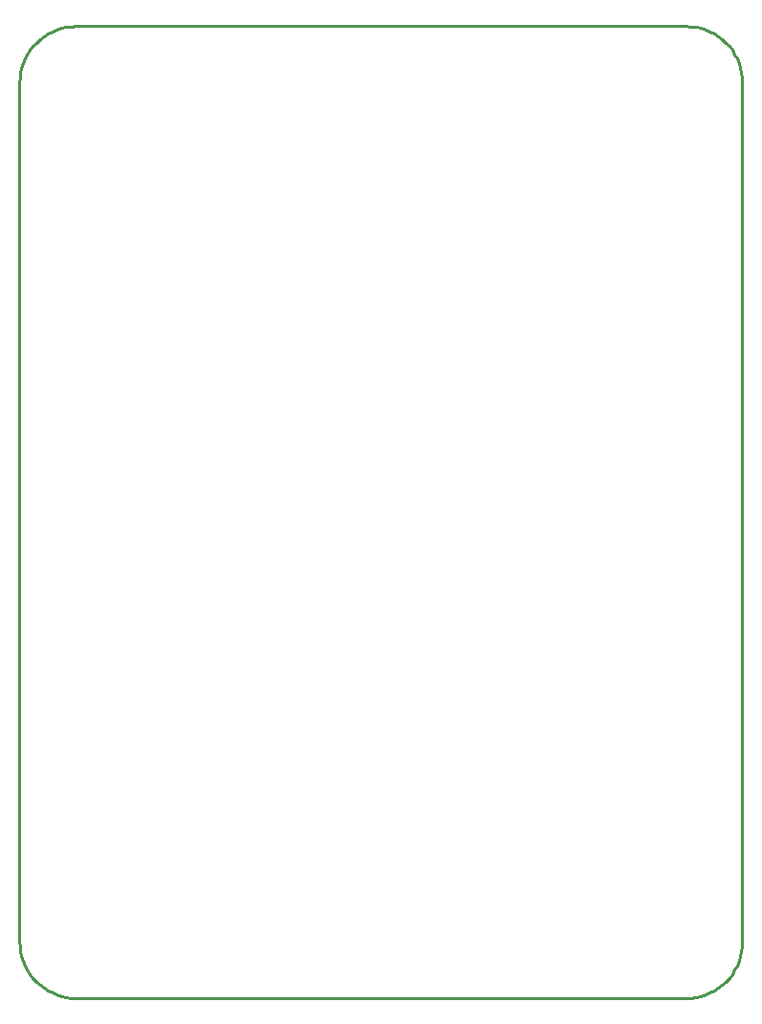
<source format=gbr>
G04 EAGLE Gerber RS-274X export*
G75*
%MOMM*%
%FSLAX34Y34*%
%LPD*%
%IN*%
%IPPOS*%
%AMOC8*
5,1,8,0,0,1.08239X$1,22.5*%
G01*
G04 Define Apertures*
%ADD10C,0.254000*%
D10*
X0Y50000D02*
X190Y45642D01*
X760Y41318D01*
X1704Y37059D01*
X3015Y32899D01*
X4685Y28869D01*
X6699Y25000D01*
X9042Y21321D01*
X11698Y17861D01*
X14645Y14645D01*
X17861Y11698D01*
X21321Y9042D01*
X25000Y6699D01*
X28869Y4685D01*
X32899Y3015D01*
X37059Y1704D01*
X41318Y760D01*
X45642Y190D01*
X50000Y0D01*
X590000Y0D01*
X594358Y190D01*
X598682Y760D01*
X602941Y1704D01*
X607101Y3015D01*
X611131Y4685D01*
X615000Y6699D01*
X618679Y9042D01*
X622139Y11698D01*
X625355Y14645D01*
X628302Y17861D01*
X630958Y21321D01*
X633301Y25000D01*
X635315Y28869D01*
X636985Y32899D01*
X638296Y37059D01*
X639240Y41318D01*
X639810Y45642D01*
X640000Y50000D01*
X640000Y810000D01*
X639810Y814358D01*
X639240Y818682D01*
X638296Y822941D01*
X636985Y827101D01*
X635315Y831131D01*
X633301Y835000D01*
X630958Y838679D01*
X628302Y842139D01*
X625355Y845355D01*
X622139Y848302D01*
X618679Y850958D01*
X615000Y853301D01*
X611131Y855315D01*
X607101Y856985D01*
X602941Y858296D01*
X598682Y859240D01*
X594358Y859810D01*
X590000Y860000D01*
X50000Y860000D01*
X45642Y859810D01*
X41318Y859240D01*
X37059Y858296D01*
X32899Y856985D01*
X28869Y855315D01*
X25000Y853301D01*
X21321Y850958D01*
X17861Y848302D01*
X14645Y845355D01*
X11698Y842139D01*
X9042Y838679D01*
X6699Y835000D01*
X4685Y831131D01*
X3015Y827101D01*
X1704Y822941D01*
X760Y818682D01*
X190Y814358D01*
X0Y810000D01*
X0Y50000D01*
M02*

</source>
